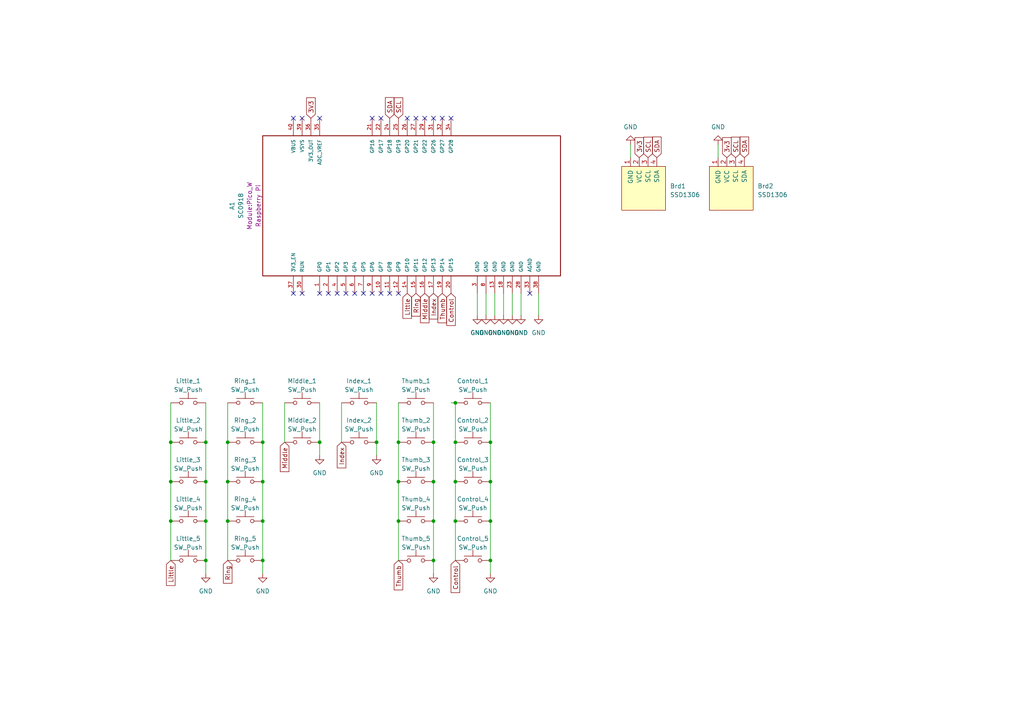
<source format=kicad_sch>
(kicad_sch (version 20230121) (generator eeschema)
  (paper "A4")
  (lib_symbols
    (symbol "PICO:SC0918" (pin_names (offset 1.016))
      (property "Reference" "A1" (at 0 58.42 0))
      (property "Value" "SC0918" (at 0 55.88 0))
      (property "Footprint" "Raspberry Pi.pretty:MODULE_SC0918" (at -12.7 -46.99 0))
      (property "manufacturer" "Raspberry Pi" (at 0 53.34 0))
      (symbol "SC0918_0_0"
        (rectangle (start -20.32 -43.18) (end 20.32 43.18) (stroke (width 0.254)))
        (pin bidirectional line (at -25.4 26.67 0) (length 5.08) (name "GP0") (number "1"))
        (pin bidirectional line (at -25.4 8.89 0) (length 5.08) (name "GP7") (number "10"))
        (pin bidirectional line (at -25.4 6.35 0) (length 5.08) (name "GP8") (number "11"))
        (pin bidirectional line (at -25.4 3.81 0) (length 5.08) (name "GP9") (number "12"))
        (pin power_in line (at -25.4 -24.13 0) (length 5.08) (name "GND") (number "13"))
        (pin bidirectional line (at -25.4 1.27 0) (length 5.08) (name "GP10") (number "14"))
        (pin bidirectional line (at -25.4 -1.27 0) (length 5.08) (name "GP11") (number "15"))
        (pin bidirectional line (at -25.4 -3.81 0) (length 5.08) (name "GP12") (number "16"))
        (pin bidirectional line (at -25.4 -6.35 0) (length 5.08) (name "GP13") (number "17"))
        (pin power_in line (at -25.4 -26.67 0) (length 5.08) (name "GND") (number "18"))
        (pin bidirectional line (at -25.4 -8.89 0) (length 5.08) (name "GP14") (number "19"))
        (pin bidirectional line (at -25.4 24.13 0) (length 5.08) (name "GP1") (number "2"))
        (pin bidirectional line (at -25.4 -11.43 0) (length 5.08) (name "GP15") (number "20"))
        (pin bidirectional line (at 25.4 11.43 180) (length 5.08) (name "GP16") (number "21"))
        (pin bidirectional line (at 25.4 8.89 180) (length 5.08) (name "GP17") (number "22"))
        (pin power_in line (at -25.4 -29.21 0) (length 5.08) (name "GND") (number "23"))
        (pin bidirectional line (at 25.4 6.35 180) (length 5.08) (name "GP18") (number "24"))
        (pin bidirectional line (at 25.4 3.81 180) (length 5.08) (name "GP19") (number "25"))
        (pin bidirectional line (at 25.4 1.27 180) (length 5.08) (name "GP20") (number "26"))
        (pin bidirectional line (at 25.4 -1.27 180) (length 5.08) (name "GP21") (number "27"))
        (pin power_in line (at -25.4 -31.75 0) (length 5.08) (name "GND") (number "28"))
        (pin bidirectional line (at 25.4 -3.81 180) (length 5.08) (name "GP22") (number "29"))
        (pin power_in line (at -25.4 -19.05 0) (length 5.08) (name "GND") (number "3"))
        (pin input line (at -25.4 31.75 0) (length 5.08) (name "RUN") (number "30"))
        (pin bidirectional line (at 25.4 -6.35 180) (length 5.08) (name "GP26") (number "31"))
        (pin bidirectional line (at 25.4 -8.89 180) (length 5.08) (name "GP27") (number "32"))
        (pin power_in line (at -25.4 -34.29 0) (length 5.08) (name "AGND") (number "33"))
        (pin bidirectional line (at 25.4 -11.43 180) (length 5.08) (name "GP28") (number "34"))
        (pin power_in line (at 25.4 26.67 180) (length 5.08) (name "ADC_VREF") (number "35"))
        (pin power_in line (at 25.4 29.21 180) (length 5.08) (name "3V3_OUT") (number "36"))
        (pin input line (at -25.4 34.29 0) (length 5.08) (name "3V3_EN") (number "37"))
        (pin power_in line (at -25.4 -36.83 0) (length 5.08) (name "GND") (number "38"))
        (pin free line (at 25.4 31.75 180) (length 5.08) (name "VSYS") (number "39"))
        (pin bidirectional line (at -25.4 21.59 0) (length 5.08) (name "GP2") (number "4"))
        (pin free line (at 25.4 34.29 180) (length 5.08) (name "VBUS") (number "40"))
        (pin bidirectional line (at -25.4 19.05 0) (length 5.08) (name "GP3") (number "5"))
        (pin bidirectional line (at -25.4 16.51 0) (length 5.08) (name "GP4") (number "6"))
        (pin bidirectional line (at -25.4 13.97 0) (length 5.08) (name "GP5") (number "7"))
        (pin power_in line (at -25.4 -21.59 0) (length 5.08) (name "GND") (number "8"))
        (pin bidirectional line (at -25.4 11.43 0) (length 5.08) (name "GP6") (number "9"))
      )
    )
    (symbol "SSD1306-128x64_OLED:SSD1306" (pin_names (offset 1.016))
      (property "Reference" "Brd" (at 0 -3.81 0))
      (property "Value" "SSD1306" (at 0 -1.27 0))
      (symbol "SSD1306_0_1"
        (rectangle (start -6.35 6.35) (end 6.35 -6.35) (fill (type background)))
      )
      (symbol "SSD1306_1_1"
        (pin input line (at -3.81 8.89 270) (length 2.54) (name "GND") (number "1"))
        (pin input line (at -1.27 8.89 270) (length 2.54) (name "VCC") (number "2"))
        (pin input line (at 1.27 8.89 270) (length 2.54) (name "SCL") (number "3"))
        (pin input line (at 3.81 8.89 270) (length 2.54) (name "SDA") (number "4"))
      )
    )
    (symbol "Switch:SW_Push" (pin_numbers hide) (pin_names (offset 1.016) hide)
      (property "Reference" "SW" (at 1.27 2.54 0))
      (property "Value" "SW_Push" (at 0 -1.524 0))
      (symbol "SW_Push_0_1"
        (circle (center -2.032 0) (radius 0.508))
        (polyline (pts (xy 0 1.27) (xy 0 3.048)))
        (polyline (pts (xy 2.54 1.27) (xy -2.54 1.27)))
        (circle (center 2.032 0) (radius 0.508))
        (pin passive line (at -5.08 0 0) (length 2.54) (name "1") (number "1"))
        (pin passive line (at 5.08 0 180) (length 2.54) (name "2") (number "2"))
      )
    )
    (symbol "power:GND" (power) (pin_names (offset 0))
      (property "Value" "GND" (at 0 -3.81 0))
      (symbol "GND_0_1"
        (polyline (pts (xy 0 0) (xy 0 -1.27) (xy 1.27 -1.27) (xy 0 -2.54) (xy -1.27 -1.27) (xy 0 -1.27)))
      )
      (symbol "GND_1_1"
        (pin power_in line (at 0 0 270) (length 0) hide (name "GND") (number "1"))
      )
    )
  )
  (junction (at 76.2 162.56))
  (junction (at 115.57 128.27))
  (junction (at 66.04 151.13))
  (junction (at 142.24 139.7))
  (junction (at 59.69 162.56))
  (junction (at 125.73 162.56))
  (junction (at 115.57 151.13))
  (junction (at 66.04 128.27))
  (junction (at 59.69 128.27))
  (junction (at 109.22 128.27))
  (junction (at 132.08 151.13))
  (junction (at 76.2 151.13))
  (junction (at 59.69 151.13))
  (junction (at 76.2 139.7))
  (junction (at 66.04 139.7))
  (junction (at 76.2 128.27))
  (junction (at 59.69 139.7))
  (junction (at 92.71 128.27))
  (junction (at 142.24 162.56))
  (junction (at 49.53 151.13))
  (junction (at 125.73 139.7))
  (junction (at 125.73 151.13))
  (junction (at 132.08 128.27))
  (junction (at 132.08 116.84))
  (junction (at 142.24 151.13))
  (junction (at 115.57 139.7))
  (junction (at 142.24 128.27))
  (junction (at 49.53 128.27))
  (junction (at 49.53 139.7))
  (junction (at 125.73 128.27))
  (junction (at 132.08 139.7))
  (no_connect (at 102.87 85.09))
  (no_connect (at 125.73 34.29))
  (no_connect (at 128.27 34.29))
  (no_connect (at 92.71 34.29))
  (no_connect (at 87.63 85.09))
  (no_connect (at 107.95 34.29))
  (no_connect (at 110.49 85.09))
  (no_connect (at 105.41 85.09))
  (no_connect (at 95.25 85.09))
  (no_connect (at 153.67 85.09))
  (no_connect (at 100.33 85.09))
  (no_connect (at 92.71 85.09))
  (no_connect (at 113.03 85.09))
  (no_connect (at 85.09 34.29))
  (no_connect (at 130.81 34.29))
  (no_connect (at 110.49 34.29))
  (no_connect (at 85.09 85.09))
  (no_connect (at 107.95 85.09))
  (no_connect (at 87.63 34.29))
  (no_connect (at 97.79 85.09))
  (no_connect (at 118.11 34.29))
  (no_connect (at 120.65 34.29))
  (no_connect (at 123.19 34.29))
  (no_connect (at 115.57 85.09))
  (wire (pts (xy 132.08 116.84) (xy 132.08 128.27)))
  (wire (pts (xy 66.04 151.13) (xy 66.04 162.56)))
  (wire (pts (xy 59.69 151.13) (xy 59.69 162.56)))
  (wire (pts (xy 109.22 128.27) (xy 109.22 132.08)))
  (wire (pts (xy 115.57 151.13) (xy 115.57 162.56)))
  (wire (pts (xy 125.73 151.13) (xy 125.73 162.56)))
  (wire (pts (xy 115.57 139.7) (xy 115.57 151.13)))
  (wire (pts (xy 109.22 116.84) (xy 109.22 128.27)))
  (wire (pts (xy 138.43 85.09) (xy 138.43 91.44)))
  (wire (pts (xy 142.24 151.13) (xy 142.24 162.56)))
  (wire (pts (xy 142.24 162.56) (xy 142.24 166.37)))
  (wire (pts (xy 182.88 45.72) (xy 182.88 41.91)))
  (wire (pts (xy 49.53 151.13) (xy 49.53 162.56)))
  (wire (pts (xy 49.53 116.84) (xy 49.53 128.27)))
  (wire (pts (xy 82.55 116.84) (xy 82.55 128.27)))
  (wire (pts (xy 59.69 116.84) (xy 59.69 128.27)))
  (wire (pts (xy 76.2 151.13) (xy 76.2 162.56)))
  (wire (pts (xy 92.71 116.84) (xy 92.71 128.27)))
  (wire (pts (xy 76.2 139.7) (xy 76.2 151.13)))
  (wire (pts (xy 99.06 116.84) (xy 99.06 128.27)))
  (wire (pts (xy 140.97 85.09) (xy 140.97 91.44)))
  (wire (pts (xy 148.59 85.09) (xy 148.59 91.44)))
  (wire (pts (xy 115.57 116.84) (xy 115.57 128.27)))
  (wire (pts (xy 76.2 128.27) (xy 76.2 139.7)))
  (wire (pts (xy 132.08 128.27) (xy 132.08 139.7)))
  (wire (pts (xy 92.71 128.27) (xy 92.71 132.08)))
  (wire (pts (xy 125.73 162.56) (xy 125.73 166.37)))
  (wire (pts (xy 125.73 128.27) (xy 125.73 139.7)))
  (wire (pts (xy 66.04 139.7) (xy 66.04 151.13)))
  (wire (pts (xy 59.69 162.56) (xy 59.69 166.37)))
  (wire (pts (xy 115.57 128.27) (xy 115.57 139.7)))
  (wire (pts (xy 76.2 162.56) (xy 76.2 166.37)))
  (wire (pts (xy 142.24 139.7) (xy 142.24 151.13)))
  (wire (pts (xy 59.69 139.7) (xy 59.69 151.13)))
  (wire (pts (xy 125.73 139.7) (xy 125.73 151.13)))
  (wire (pts (xy 143.51 85.09) (xy 143.51 91.44)))
  (wire (pts (xy 156.21 85.09) (xy 156.21 91.44)))
  (wire (pts (xy 142.24 116.84) (xy 142.24 128.27)))
  (wire (pts (xy 59.69 128.27) (xy 59.69 139.7)))
  (wire (pts (xy 76.2 116.84) (xy 76.2 128.27)))
  (wire (pts (xy 146.05 85.09) (xy 146.05 91.44)))
  (wire (pts (xy 66.04 128.27) (xy 66.04 139.7)))
  (wire (pts (xy 132.08 151.13) (xy 132.08 162.56)))
  (wire (pts (xy 49.53 128.27) (xy 49.53 139.7)))
  (wire (pts (xy 208.28 45.72) (xy 208.28 41.91)))
  (wire (pts (xy 125.73 116.84) (xy 125.73 128.27)))
  (wire (pts (xy 49.53 139.7) (xy 49.53 151.13)))
  (wire (pts (xy 151.13 85.09) (xy 151.13 91.44)))
  (wire (pts (xy 66.04 116.84) (xy 66.04 128.27)))
  (wire (pts (xy 130.81 116.84) (xy 132.08 116.84)))
  (wire (pts (xy 132.08 139.7) (xy 132.08 151.13)))
  (wire (pts (xy 142.24 128.27) (xy 142.24 139.7)))
  (global_label "Ring" (shape input) (at 66.04 162.56 270) (property "Intersheetrefs" "${INTERSHEET_REFS}" (effects hide)))
  (global_label "SCL" (shape input) (at 213.36 45.72 90) (property "Intersheetrefs" "${INTERSHEET_REFS}" (effects hide)))
  (global_label "Thumb" (shape input) (at 115.57 162.56 270) (property "Intersheetrefs" "${INTERSHEET_REFS}" (effects hide)))
  (global_label "Middle" (shape input) (at 123.19 85.09 270) (property "Intersheetrefs" "${INTERSHEET_REFS}" (effects hide)))
  (global_label "Thumb" (shape input) (at 128.27 85.09 270) (property "Intersheetrefs" "${INTERSHEET_REFS}" (effects hide)))
  (global_label "Ring" (shape input) (at 120.65 85.09 270) (property "Intersheetrefs" "${INTERSHEET_REFS}" (effects hide)))
  (global_label "Little" (shape input) (at 118.11 85.09 270) (property "Intersheetrefs" "${INTERSHEET_REFS}" (effects hide)))
  (global_label "Control" (shape input) (at 132.08 162.56 270) (property "Intersheetrefs" "${INTERSHEET_REFS}" (effects hide)))
  (global_label "Middle" (shape input) (at 82.55 128.27 270) (property "Intersheetrefs" "${INTERSHEET_REFS}" (effects hide)))
  (global_label "3v3" (shape input) (at 185.42 45.72 90) (property "Intersheetrefs" "${INTERSHEET_REFS}" (effects hide)))
  (global_label "Control" (shape input) (at 130.81 85.09 270) (property "Intersheetrefs" "${INTERSHEET_REFS}" (effects hide)))
  (global_label "SCL" (shape input) (at 187.96 45.72 90) (property "Intersheetrefs" "${INTERSHEET_REFS}" (effects hide)))
  (global_label "3v3" (shape input) (at 210.82 45.72 90) (property "Intersheetrefs" "${INTERSHEET_REFS}" (effects hide)))
  (global_label "Index" (shape input) (at 125.73 85.09 270) (property "Intersheetrefs" "${INTERSHEET_REFS}" (effects hide)))
  (global_label "SCL" (shape input) (at 115.57 34.29 90) (property "Intersheetrefs" "${INTERSHEET_REFS}" (effects hide)))
  (global_label "3V3" (shape input) (at 90.17 34.29 90) (property "Intersheetrefs" "${INTERSHEET_REFS}" (effects hide)))
  (global_label "SDA" (shape input) (at 190.5 45.72 90) (property "Intersheetrefs" "${INTERSHEET_REFS}" (effects hide)))
  (global_label "SDA" (shape input) (at 113.03 34.29 90) (property "Intersheetrefs" "${INTERSHEET_REFS}" (effects hide)))
  (global_label "Little" (shape input) (at 49.53 162.56 270) (property "Intersheetrefs" "${INTERSHEET_REFS}" (effects hide)))
  (global_label "Index" (shape input) (at 99.06 128.27 270) (property "Intersheetrefs" "${INTERSHEET_REFS}" (effects hide)))
  (global_label "SDA" (shape input) (at 215.9 45.72 90) (property "Intersheetrefs" "${INTERSHEET_REFS}" (effects hide)))
  (symbol (lib_id "Switch:SW_Push") (at 104.14 116.84 0) (unit 1)
    (property "Reference" "Index_1" (at 104.14 110.49 0))
    (property "Value" "SW_Push" (at 104.14 113.03 0))
    (property "Footprint" "FlippedKeys:SW_Hotswap_Kailh_MX" (effects hide))
  )
  (symbol (lib_id "Switch:SW_Push") (at 87.63 128.27 0) (unit 1)
    (property "Reference" "Middle_2" (at 87.63 121.92 0))
    (property "Value" "SW_Push" (at 87.63 124.46 0))
    (property "Footprint" "FlippedKeys:SW_Hotswap_Kailh_MX" (effects hide))
  )
  (symbol (lib_id "Switch:SW_Push") (at 120.65 162.56 0) (unit 1)
    (property "Reference" "Thumb_5" (at 120.65 156.21 0))
    (property "Value" "SW_Push" (at 120.65 158.75 0))
    (property "Footprint" "FlippedKeys:SW_Hotswap_Kailh_MX" (effects hide))
  )
  (symbol (lib_id "Switch:SW_Push") (at 137.16 128.27 0) (unit 1)
    (property "Reference" "Control_2" (at 137.16 121.92 0))
    (property "Value" "SW_Push" (at 137.16 124.46 0))
    (property "Footprint" "FlippedKeys:SW_Hotswap_Kailh_MX" (effects hide))
  )
  (symbol (lib_id "Switch:SW_Push") (at 71.12 128.27 0) (unit 1)
    (property "Reference" "Ring_2" (at 71.12 121.92 0))
    (property "Value" "SW_Push" (at 71.12 124.46 0))
    (property "Footprint" "FlippedKeys:SW_Hotswap_Kailh_MX" (effects hide))
  )
  (symbol (lib_id "Switch:SW_Push") (at 71.12 116.84 0) (unit 1)
    (property "Reference" "Ring_1" (at 71.12 110.49 0))
    (property "Value" "SW_Push" (at 71.12 113.03 0))
    (property "Footprint" "FlippedKeys:SW_Hotswap_Kailh_MX" (effects hide))
  )
  (symbol (lib_id "Switch:SW_Push") (at 71.12 139.7 0) (unit 1)
    (property "Reference" "Ring_3" (at 71.12 133.35 0))
    (property "Value" "SW_Push" (at 71.12 135.89 0))
    (property "Footprint" "FlippedKeys:SW_Hotswap_Kailh_MX" (effects hide))
  )
  (symbol (lib_id "Switch:SW_Push") (at 137.16 162.56 0) (unit 1)
    (property "Reference" "Control_5" (at 137.16 156.21 0))
    (property "Value" "SW_Push" (at 137.16 158.75 0))
    (property "Footprint" "FlippedKeys:SW_Hotswap_Kailh_MX" (effects hide))
  )
  (symbol (lib_id "power:GND") (at 208.28 41.91 180) (unit 1)
    (property "Reference" "#PWR015" (effects hide))
    (property "Value" "GND" (at 208.28 36.83 0))
  )
  (symbol (lib_id "Switch:SW_Push") (at 137.16 116.84 0) (unit 1)
    (property "Reference" "Control_1" (at 137.16 110.49 0))
    (property "Value" "SW_Push" (at 137.16 113.03 0))
    (property "Footprint" "FlippedKeys:SW_Hotswap_Kailh_MX" (effects hide))
  )
  (symbol (lib_id "power:GND") (at 151.13 91.44 0) (unit 1)
    (property "Reference" "#PWR08" (effects hide))
    (property "Value" "GND" (at 151.13 96.52 0))
  )
  (symbol (lib_id "Switch:SW_Push") (at 120.65 139.7 0) (unit 1)
    (property "Reference" "Thumb_3" (at 120.65 133.35 0))
    (property "Value" "SW_Push" (at 120.65 135.89 0))
    (property "Footprint" "FlippedKeys:SW_Hotswap_Kailh_MX" (effects hide))
  )
  (symbol (lib_id "Switch:SW_Push") (at 54.61 162.56 0) (unit 1)
    (property "Reference" "Little_5" (at 54.61 156.21 0))
    (property "Value" "SW_Push" (at 54.61 158.75 0))
    (property "Footprint" "FlippedKeys:SW_Hotswap_Kailh_MX" (effects hide))
  )
  (symbol (lib_id "Switch:SW_Push") (at 87.63 116.84 0) (unit 1)
    (property "Reference" "Middle_1" (at 87.63 110.49 0))
    (property "Value" "SW_Push" (at 87.63 113.03 0))
    (property "Footprint" "FlippedKeys:SW_Hotswap_Kailh_MX" (effects hide))
  )
  (symbol (lib_id "Switch:SW_Push") (at 120.65 116.84 0) (unit 1)
    (property "Reference" "Thumb_1" (at 120.65 110.49 0))
    (property "Value" "SW_Push" (at 120.65 113.03 0))
    (property "Footprint" "FlippedKeys:SW_Hotswap_Kailh_MX" (effects hide))
  )
  (symbol (lib_id "Switch:SW_Push") (at 71.12 151.13 0) (unit 1)
    (property "Reference" "Ring_4" (at 71.12 144.78 0))
    (property "Value" "SW_Push" (at 71.12 147.32 0))
    (property "Footprint" "FlippedKeys:SW_Hotswap_Kailh_MX" (effects hide))
  )
  (symbol (lib_id "Switch:SW_Push") (at 71.12 162.56 0) (unit 1)
    (property "Reference" "Ring_5" (at 71.12 156.21 0))
    (property "Value" "SW_Push" (at 71.12 158.75 0))
    (property "Footprint" "FlippedKeys:SW_Hotswap_Kailh_MX" (effects hide))
  )
  (symbol (lib_id "Switch:SW_Push") (at 54.61 116.84 0) (unit 1)
    (property "Reference" "Little_1" (at 54.61 110.49 0))
    (property "Value" "SW_Push" (at 54.61 113.03 0))
    (property "Footprint" "FlippedKeys:SW_Hotswap_Kailh_MX" (effects hide))
  )
  (symbol (lib_id "Switch:SW_Push") (at 120.65 151.13 0) (unit 1)
    (property "Reference" "Thumb_4" (at 120.65 144.78 0))
    (property "Value" "SW_Push" (at 120.65 147.32 0))
    (property "Footprint" "FlippedKeys:SW_Hotswap_Kailh_MX" (effects hide))
  )
  (symbol (lib_id "power:GND") (at 142.24 166.37 0) (unit 1)
    (property "Reference" "#PWR07" (effects hide))
    (property "Value" "GND" (at 142.24 171.45 0))
  )
  (symbol (lib_id "power:GND") (at 92.71 132.08 0) (unit 1)
    (property "Reference" "#PWR04" (effects hide))
    (property "Value" "GND" (at 92.71 137.16 0))
  )
  (symbol (lib_id "power:GND") (at 182.88 41.91 180) (unit 1)
    (property "Reference" "#PWR014" (effects hide))
    (property "Value" "GND" (at 182.88 36.83 0))
  )
  (symbol (lib_id "power:GND") (at 125.73 166.37 0) (unit 1)
    (property "Reference" "#PWR06" (effects hide))
    (property "Value" "GND" (at 125.73 171.45 0))
  )
  (symbol (lib_id "power:GND") (at 109.22 132.08 0) (unit 1)
    (property "Reference" "#PWR05" (effects hide))
    (property "Value" "GND" (at 109.22 137.16 0))
  )
  (symbol (lib_id "power:GND") (at 138.43 91.44 0) (unit 1)
    (property "Reference" "#PWR013" (effects hide))
    (property "Value" "GND" (at 138.43 96.52 0))
  )
  (symbol (lib_id "power:GND") (at 148.59 91.44 0) (unit 1)
    (property "Reference" "#PWR09" (effects hide))
    (property "Value" "GND" (at 148.59 96.52 0))
  )
  (symbol (lib_id "PICO:SC0918") (at 119.38 59.69 90) (unit 1)
    (property "Reference" "A1" (at 67.31 59.69 0))
    (property "Value" "SC0918" (at 69.85 59.69 0))
    (property "Footprint" "Module:Pico_W" (at 72.39 59.69 0))
    (property "Datasheet" "https://datasheets.raspberrypi.com/picow/pico-w-datasheet.pdf" (effects hide))
    (property "manufacturer" "Raspberry Pi" (at 74.93 59.69 0))
    (property "P/N" "SC0918" (effects hide))
    (property "PARTREV" "1.6" (effects hide))
    (property "MAXIMUM_PACKAGE_HEIGHT" "3.73mm" (effects hide))
  )
  (symbol (lib_id "power:GND") (at 156.21 91.44 0) (unit 1)
    (property "Reference" "#PWR01" (effects hide))
    (property "Value" "GND" (at 156.21 96.52 0))
  )
  (symbol (lib_id "power:GND") (at 76.2 166.37 0) (unit 1)
    (property "Reference" "#PWR03" (effects hide))
    (property "Value" "GND" (at 76.2 171.45 0))
  )
  (symbol (lib_id "Switch:SW_Push") (at 54.61 128.27 0) (unit 1)
    (property "Reference" "Little_2" (at 54.61 121.92 0))
    (property "Value" "SW_Push" (at 54.61 124.46 0))
    (property "Footprint" "FlippedKeys:SW_Hotswap_Kailh_MX" (effects hide))
  )
  (symbol (lib_id "power:GND") (at 59.69 166.37 0) (unit 1)
    (property "Reference" "#PWR02" (effects hide))
    (property "Value" "GND" (at 59.69 171.45 0))
  )
  (symbol (lib_id "Switch:SW_Push") (at 104.14 128.27 0) (unit 1)
    (property "Reference" "Index_2" (at 104.14 121.92 0))
    (property "Value" "SW_Push" (at 104.14 124.46 0))
    (property "Footprint" "FlippedKeys:SW_Hotswap_Kailh_MX" (effects hide))
  )
  (symbol (lib_id "SSD1306-128x64_OLED:SSD1306") (at 186.69 54.61 0) (unit 1)
    (property "Reference" "Brd1" (at 194.31 53.975 0) (effects (justify left)))
    (property "Value" "SSD1306" (at 194.31 56.515 0) (effects (justify left)))
    (property "Footprint" "RobsStuff:128x64OLED" (effects hide))
  )
  (symbol (lib_id "power:GND") (at 143.51 91.44 0) (unit 1)
    (property "Reference" "#PWR011" (effects hide))
    (property "Value" "GND" (at 143.51 96.52 0))
  )
  (symbol (lib_id "Switch:SW_Push") (at 120.65 128.27 0) (unit 1)
    (property "Reference" "Thumb_2" (at 120.65 121.92 0))
    (property "Value" "SW_Push" (at 120.65 124.46 0))
    (property "Footprint" "FlippedKeys:SW_Hotswap_Kailh_MX" (effects hide))
  )
  (symbol (lib_id "Switch:SW_Push") (at 54.61 139.7 0) (unit 1)
    (property "Reference" "Little_3" (at 54.61 133.35 0))
    (property "Value" "SW_Push" (at 54.61 135.89 0))
    (property "Footprint" "FlippedKeys:SW_Hotswap_Kailh_MX" (effects hide))
  )
  (symbol (lib_id "SSD1306-128x64_OLED:SSD1306") (at 212.09 54.61 0) (unit 1)
    (property "Reference" "Brd2" (at 219.71 53.975 0) (effects (justify left)))
    (property "Value" "SSD1306" (at 219.71 56.515 0) (effects (justify left)))
    (property "Footprint" "RobsStuff:128x64OLED" (effects hide))
  )
  (symbol (lib_id "Switch:SW_Push") (at 137.16 139.7 0) (unit 1)
    (property "Reference" "Control_3" (at 137.16 133.35 0))
    (property "Value" "SW_Push" (at 137.16 135.89 0))
    (property "Footprint" "FlippedKeys:SW_Hotswap_Kailh_MX" (effects hide))
  )
  (symbol (lib_id "power:GND") (at 146.05 91.44 0) (unit 1)
    (property "Reference" "#PWR010" (effects hide))
    (property "Value" "GND" (at 146.05 96.52 0))
  )
  (symbol (lib_id "power:GND") (at 140.97 91.44 0) (unit 1)
    (property "Reference" "#PWR012" (effects hide))
    (property "Value" "GND" (at 140.97 96.52 0))
  )
  (symbol (lib_id "Switch:SW_Push") (at 54.61 151.13 0) (unit 1)
    (property "Reference" "Little_4" (at 54.61 144.78 0))
    (property "Value" "SW_Push" (at 54.61 147.32 0))
    (property "Footprint" "FlippedKeys:SW_Hotswap_Kailh_MX" (effects hide))
  )
  (symbol (lib_id "Switch:SW_Push") (at 137.16 151.13 0) (unit 1)
    (property "Reference" "Control_4" (at 137.16 144.78 0))
    (property "Value" "SW_Push" (at 137.16 147.32 0))
    (property "Footprint" "FlippedKeys:SW_Hotswap_Kailh_MX" (effects hide))
  )
)
</source>
